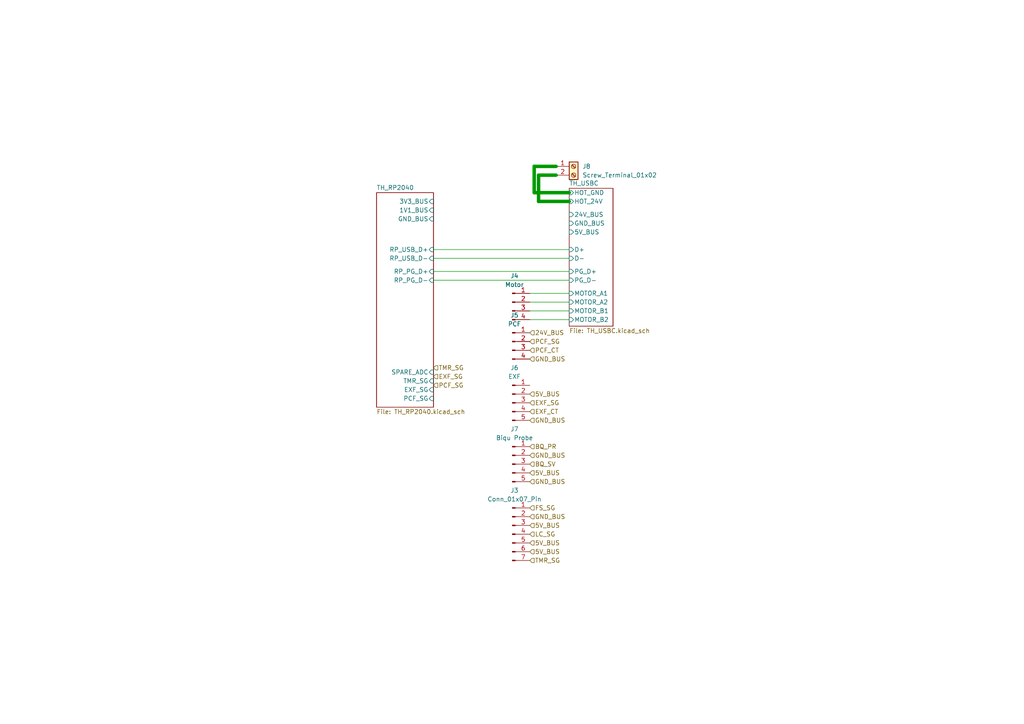
<source format=kicad_sch>
(kicad_sch (version 20250114) (generator "eeschema") (generator_version "9.0")
  (paper "A4")
  (lib_symbols
    (symbol "Connector:Conn_01x04_Pin" (pin_names (offset 1.016) (hide yes))
      (property "Reference" "J" (at 0 5.08 0))
      (property "Value" "Conn_01x04_Pin" (at 0 -7.62 0))
      (symbol "Conn_01x04_Pin_1_1"
        (rectangle (start 0.8636 2.667) (end 0 2.413) (stroke (width 0.1524)) (fill (type outline)))
        (rectangle (start 0.8636 0.127) (end 0 -0.127) (stroke (width 0.1524)) (fill (type outline)))
        (rectangle (start 0.8636 -2.413) (end 0 -2.667) (stroke (width 0.1524)) (fill (type outline)))
        (rectangle (start 0.8636 -4.953) (end 0 -5.207) (stroke (width 0.1524)) (fill (type outline)))
        (polyline (pts (xy 1.27 2.54) (xy 0.8636 2.54)) (stroke (width 0.1524)))
        (polyline (pts (xy 1.27 0) (xy 0.8636 0)) (stroke (width 0.1524)))
        (polyline (pts (xy 1.27 -2.54) (xy 0.8636 -2.54)) (stroke (width 0.1524)))
        (polyline (pts (xy 1.27 -5.08) (xy 0.8636 -5.08)) (stroke (width 0.1524)))
        (pin passive line (at 5.08 2.54 180) (length 3.81) (name "Pin_1") (number "1"))
        (pin passive line (at 5.08 0 180) (length 3.81) (name "Pin_2") (number "2"))
        (pin passive line (at 5.08 -2.54 180) (length 3.81) (name "Pin_3") (number "3"))
        (pin passive line (at 5.08 -5.08 180) (length 3.81) (name "Pin_4") (number "4"))
      )
    )
    (symbol "Connector:Conn_01x05_Pin" (pin_names (offset 1.016) (hide yes))
      (property "Reference" "J" (at 0 7.62 0))
      (property "Value" "Conn_01x05_Pin" (at 0 -7.62 0))
      (symbol "Conn_01x05_Pin_1_1"
        (rectangle (start 0.8636 5.207) (end 0 4.953) (stroke (width 0.1524)) (fill (type outline)))
        (rectangle (start 0.8636 2.667) (end 0 2.413) (stroke (width 0.1524)) (fill (type outline)))
        (rectangle (start 0.8636 0.127) (end 0 -0.127) (stroke (width 0.1524)) (fill (type outline)))
        (rectangle (start 0.8636 -2.413) (end 0 -2.667) (stroke (width 0.1524)) (fill (type outline)))
        (rectangle (start 0.8636 -4.953) (end 0 -5.207) (stroke (width 0.1524)) (fill (type outline)))
        (polyline (pts (xy 1.27 5.08) (xy 0.8636 5.08)) (stroke (width 0.1524)))
        (polyline (pts (xy 1.27 2.54) (xy 0.8636 2.54)) (stroke (width 0.1524)))
        (polyline (pts (xy 1.27 0) (xy 0.8636 0)) (stroke (width 0.1524)))
        (polyline (pts (xy 1.27 -2.54) (xy 0.8636 -2.54)) (stroke (width 0.1524)))
        (polyline (pts (xy 1.27 -5.08) (xy 0.8636 -5.08)) (stroke (width 0.1524)))
        (pin passive line (at 5.08 5.08 180) (length 3.81) (name "Pin_1") (number "1"))
        (pin passive line (at 5.08 2.54 180) (length 3.81) (name "Pin_2") (number "2"))
        (pin passive line (at 5.08 0 180) (length 3.81) (name "Pin_3") (number "3"))
        (pin passive line (at 5.08 -2.54 180) (length 3.81) (name "Pin_4") (number "4"))
        (pin passive line (at 5.08 -5.08 180) (length 3.81) (name "Pin_5") (number "5"))
      )
    )
    (symbol "Connector:Conn_01x07_Pin" (pin_names (offset 1.016) (hide yes))
      (property "Reference" "J" (at 0 10.16 0))
      (property "Value" "Conn_01x07_Pin" (at 0 -10.16 0))
      (symbol "Conn_01x07_Pin_1_1"
        (rectangle (start 0.8636 7.747) (end 0 7.493) (stroke (width 0.1524)) (fill (type outline)))
        (rectangle (start 0.8636 5.207) (end 0 4.953) (stroke (width 0.1524)) (fill (type outline)))
        (rectangle (start 0.8636 2.667) (end 0 2.413) (stroke (width 0.1524)) (fill (type outline)))
        (rectangle (start 0.8636 0.127) (end 0 -0.127) (stroke (width 0.1524)) (fill (type outline)))
        (rectangle (start 0.8636 -2.413) (end 0 -2.667) (stroke (width 0.1524)) (fill (type outline)))
        (rectangle (start 0.8636 -4.953) (end 0 -5.207) (stroke (width 0.1524)) (fill (type outline)))
        (rectangle (start 0.8636 -7.493) (end 0 -7.747) (stroke (width 0.1524)) (fill (type outline)))
        (polyline (pts (xy 1.27 7.62) (xy 0.8636 7.62)) (stroke (width 0.1524)))
        (polyline (pts (xy 1.27 5.08) (xy 0.8636 5.08)) (stroke (width 0.1524)))
        (polyline (pts (xy 1.27 2.54) (xy 0.8636 2.54)) (stroke (width 0.1524)))
        (polyline (pts (xy 1.27 0) (xy 0.8636 0)) (stroke (width 0.1524)))
        (polyline (pts (xy 1.27 -2.54) (xy 0.8636 -2.54)) (stroke (width 0.1524)))
        (polyline (pts (xy 1.27 -5.08) (xy 0.8636 -5.08)) (stroke (width 0.1524)))
        (polyline (pts (xy 1.27 -7.62) (xy 0.8636 -7.62)) (stroke (width 0.1524)))
        (pin passive line (at 5.08 7.62 180) (length 3.81) (name "Pin_1") (number "1"))
        (pin passive line (at 5.08 5.08 180) (length 3.81) (name "Pin_2") (number "2"))
        (pin passive line (at 5.08 2.54 180) (length 3.81) (name "Pin_3") (number "3"))
        (pin passive line (at 5.08 0 180) (length 3.81) (name "Pin_4") (number "4"))
        (pin passive line (at 5.08 -2.54 180) (length 3.81) (name "Pin_5") (number "5"))
        (pin passive line (at 5.08 -5.08 180) (length 3.81) (name "Pin_6") (number "6"))
        (pin passive line (at 5.08 -7.62 180) (length 3.81) (name "Pin_7") (number "7"))
      )
    )
    (symbol "Connector:Screw_Terminal_01x02" (pin_names (offset 1.016) (hide yes))
      (property "Reference" "J" (at 0 2.54 0))
      (property "Value" "Screw_Terminal_01x02" (at 0 -5.08 0))
      (symbol "Screw_Terminal_01x02_1_1"
        (rectangle (start -1.27 1.27) (end 1.27 -3.81) (stroke (width 0.254)) (fill (type background)))
        (polyline (pts (xy -0.5334 0.3302) (xy 0.3302 -0.508)) (stroke (width 0.1524)))
        (polyline (pts (xy -0.5334 -2.2098) (xy 0.3302 -3.048)) (stroke (width 0.1524)))
        (polyline (pts (xy -0.3556 0.508) (xy 0.508 -0.3302)) (stroke (width 0.1524)))
        (polyline (pts (xy -0.3556 -2.032) (xy 0.508 -2.8702)) (stroke (width 0.1524)))
        (circle (center 0 0) (radius 0.635) (stroke (width 0.1524)))
        (circle (center 0 -2.54) (radius 0.635) (stroke (width 0.1524)))
        (pin passive line (at -5.08 0 0) (length 3.81) (name "Pin_1") (number "1"))
        (pin passive line (at -5.08 -2.54 0) (length 3.81) (name "Pin_2") (number "2"))
      )
    )
  )
  (wire (pts (xy 125.73 81.28) (xy 165.1 81.28)))
  (wire (pts (xy 125.73 78.74) (xy 165.1 78.74)))
  (wire (pts (xy 156.21 50.8) (xy 161.29 50.8)) (stroke (width 1)))
  (wire (pts (xy 153.67 87.63) (xy 165.1 87.63)))
  (wire (pts (xy 125.73 72.39) (xy 165.1 72.39)))
  (wire (pts (xy 154.94 48.26) (xy 154.94 55.88)) (stroke (width 1)))
  (wire (pts (xy 161.29 48.26) (xy 154.94 48.26)) (stroke (width 1)))
  (wire (pts (xy 153.67 85.09) (xy 165.1 85.09)))
  (wire (pts (xy 165.1 58.42) (xy 156.21 58.42)) (stroke (width 1)))
  (wire (pts (xy 154.94 55.88) (xy 165.1 55.88)) (stroke (width 1)))
  (wire (pts (xy 125.73 74.93) (xy 165.1 74.93)))
  (wire (pts (xy 156.21 58.42) (xy 156.21 50.8)) (stroke (width 1)))
  (wire (pts (xy 153.67 90.17) (xy 165.1 90.17)))
  (wire (pts (xy 153.67 92.71) (xy 165.1 92.71)))
  (hierarchical_label "FS_SG" (shape input) (at 153.67 147.32 0))
  (hierarchical_label "PCF_CT" (shape input) (at 153.67 101.6 0))
  (hierarchical_label "TMR_SG" (shape input) (at 125.73 106.68 0))
  (hierarchical_label "5V_BUS" (shape input) (at 153.67 114.3 0))
  (hierarchical_label "GND_BUS" (shape input) (at 153.67 139.7 0))
  (hierarchical_label "5V_BUS" (shape input) (at 153.67 152.4 0))
  (hierarchical_label "BQ_PR" (shape input) (at 153.67 129.54 0))
  (hierarchical_label "EXF_SG" (shape input) (at 153.67 116.84 0))
  (hierarchical_label "GND_BUS" (shape input) (at 153.67 121.92 0))
  (hierarchical_label "GND_BUS" (shape input) (at 153.67 104.14 0))
  (hierarchical_label "PCF_SG" (shape input) (at 125.73 111.76 0))
  (hierarchical_label "5V_BUS" (shape input) (at 153.67 160.02 0))
  (hierarchical_label "GND_BUS" (shape input) (at 153.67 132.08 0))
  (hierarchical_label "EXF_SG" (shape input) (at 125.73 109.22 0))
  (hierarchical_label "TMR_SG" (shape input) (at 153.67 162.56 0))
  (hierarchical_label "GND_BUS" (shape input) (at 153.67 149.86 0))
  (hierarchical_label "EXF_CT" (shape input) (at 153.67 119.38 0))
  (hierarchical_label "PCF_SG" (shape input) (at 153.67 99.06 0))
  (hierarchical_label "BQ_SV" (shape input) (at 153.67 134.62 0))
  (hierarchical_label "LC_SG" (shape input) (at 153.67 154.94 0))
  (hierarchical_label "5V_BUS" (shape input) (at 153.67 137.16 0))
  (hierarchical_label "24V_BUS" (shape input) (at 153.67 96.52 0))
  (hierarchical_label "5V_BUS" (shape input) (at 153.67 157.48 0))
  (symbol (lib_id "Connector:Conn_01x05_Pin") (at 148.59 116.84 0) (unit 1)
    (property "Reference" "J6" (at 149.225 106.68 0))
    (property "Value" "EXF" (at 149.225 109.22 0))
    (property "Footprint" "Connector_JST:JST_XH_B5B-XH-A_1x05_P2.50mm_Vertical" (effects (hide yes)))
    (property "Description" "Generic connector, single row, 01x05, script generated" (effects (hide yes)))
  )
  (symbol (lib_id "Connector:Conn_01x04_Pin") (at 148.59 99.06 0) (unit 1)
    (property "Reference" "J5" (at 149.225 91.44 0))
    (property "Value" "PCF" (at 149.225 93.98 0))
    (property "Footprint" "Connector_JST:JST_XH_B4B-XH-A_1x04_P2.50mm_Vertical" (effects (hide yes)))
    (property "Description" "Generic connector, single row, 01x04, script generated" (effects (hide yes)))
  )
  (symbol (lib_id "Connector:Conn_01x07_Pin") (at 148.59 154.94 0) (unit 1)
    (property "Reference" "J3" (at 149.225 142.24 0))
    (property "Value" "Conn_01x07_Pin" (at 149.225 144.78 0))
    (property "Footprint" "Connector_PinSocket_2.54mm:PinSocket_1x07_P2.54mm_Vertical" (effects (hide yes)))
    (property "Description" "Generic connector, single row, 01x07, script generated" (effects (hide yes)))
  )
  (symbol (lib_id "Connector:Screw_Terminal_01x02") (at 166.37 48.26 0) (unit 1)
    (property "Reference" "J8" (at 168.91 48.2599 0) (effects (justify left)))
    (property "Value" "Screw_Terminal_01x02" (at 168.91 50.7999 0) (effects (justify left)))
    (property "Footprint" "TerminalBlock:TerminalBlock_MaiXu_MX126-5.0-02P_1x02_P5.00mm" (effects (hide yes)))
    (property "Description" "Generic screw terminal, single row, 01x02, script generated (kicad-library-utils/schlib/autogen/connector/)" (effects (hide yes)))
  )
  (symbol (lib_id "Connector:Conn_01x04_Pin") (at 148.59 87.63 0) (unit 1)
    (property "Reference" "J4" (at 149.225 80.01 0))
    (property "Value" "Motor" (at 149.225 82.55 0))
    (property "Footprint" "Connector_JST:JST_XH_B4B-XH-A_1x04_P2.50mm_Vertical" (effects (hide yes)))
    (property "Description" "Generic connector, single row, 01x04, script generated" (effects (hide yes)))
  )
  (symbol (lib_id "Connector:Conn_01x05_Pin") (at 148.59 134.62 0) (unit 1)
    (property "Reference" "J7" (at 149.225 124.46 0))
    (property "Value" "Biqu Probe" (at 149.225 127 0))
    (property "Footprint" "Connector_JST:JST_XH_B5B-XH-A_1x05_P2.50mm_Vertical" (effects (hide yes)))
    (property "Description" "Generic connector, single row, 01x05, script generated" (effects (hide yes)))
  )
  (sheet (at 109.22 55.88) (size 16.51 62.23) (stroke (width 0.1524))
    (property "Sheetname" "TH_RP2040" (at 109.22 55.1684 0) (effects (justify left bottom)))
    (property "Sheetfile" "TH_RP2040.kicad_sch" (at 109.22 118.6946 0) (effects (justify left top)))
    (pin "3V3_BUS" input (at 125.73 58.42 0))
    (pin "PCF_SG" input (at 125.73 115.57 0))
    (pin "RP_USB_D+" input (at 125.73 72.39 0))
    (pin "1V1_BUS" input (at 125.73 60.96 0))
    (pin "TMR_SG" input (at 125.73 110.49 0))
    (pin "RP_USB_D-" input (at 125.73 74.93 0))
    (pin "GND_BUS" input (at 125.73 63.5 0))
    (pin "EXF_SG" input (at 125.73 113.03 0))
    (pin "SPARE_ADC" input (at 125.73 107.95 0))
    (pin "RP_PG_D+" input (at 125.73 78.74 0))
    (pin "RP_PG_D-" input (at 125.73 81.28 0))
  )
  (sheet (at 165.1 54.61) (size 12.7 40.005) (stroke (width 0.1524))
    (property "Sheetname" "TH_USBC" (at 165.1 53.8984 0) (effects (justify left bottom)))
    (property "Sheetfile" "TH_USBC.kicad_sch" (at 165.1 95.1996 0) (effects (justify left top)))
    (pin "MOTOR_B1" input (at 165.1 90.17 180))
    (pin "24V_BUS" input (at 165.1 62.23 180))
    (pin "D-" input (at 165.1 74.93 180))
    (pin "D+" input (at 165.1 72.39 180))
    (pin "GND_BUS" input (at 165.1 64.77 180))
    (pin "MOTOR_A2" input (at 165.1 87.63 180))
    (pin "MOTOR_A1" input (at 165.1 85.09 180))
    (pin "MOTOR_B2" input (at 165.1 92.71 180))
    (pin "5V_BUS" input (at 165.1 67.31 180))
    (pin "PG_D+" input (at 165.1 78.74 180))
    (pin "PG_D-" input (at 165.1 81.28 180))
    (pin "HOT_GND" input (at 165.1 55.88 180))
    (pin "HOT_24V" input (at 165.1 58.42 180))
  )
)
</source>
